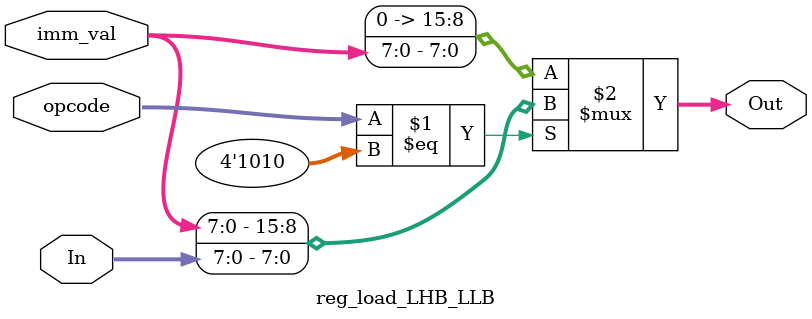
<source format=v>
`define LHB 4'b1010
`define LLB 4'b1011

module reg_load_LHB_LLB(opcode, In, imm_val, Out);
    parameter DSIZE = 16;
    input [3:0] opcode;
    //LHB = 1010
    //LLB = 1011
    input [DSIZE-1:0] In;
    input [15:0] imm_val;
    
    output [DSIZE-1:0] Out;
    assign Out = (opcode==`LHB)? {imm_val[7:0], In[7:0]} : ($signed(imm_val[7:0]));    
endmodule



</source>
